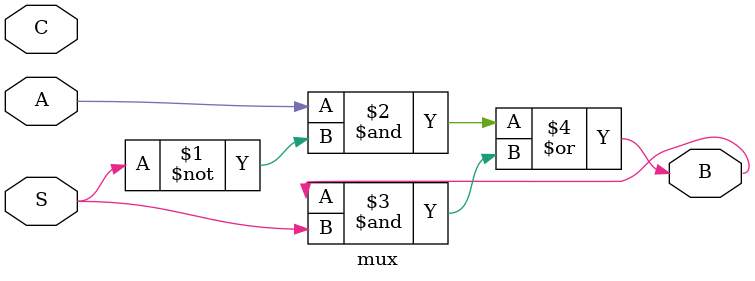
<source format=v>
module mux(A,B,C,S);
	input A,C,S;
	output B;
	
		assign B = ((A&~S)|(B&S));
		
endmodule 
</source>
